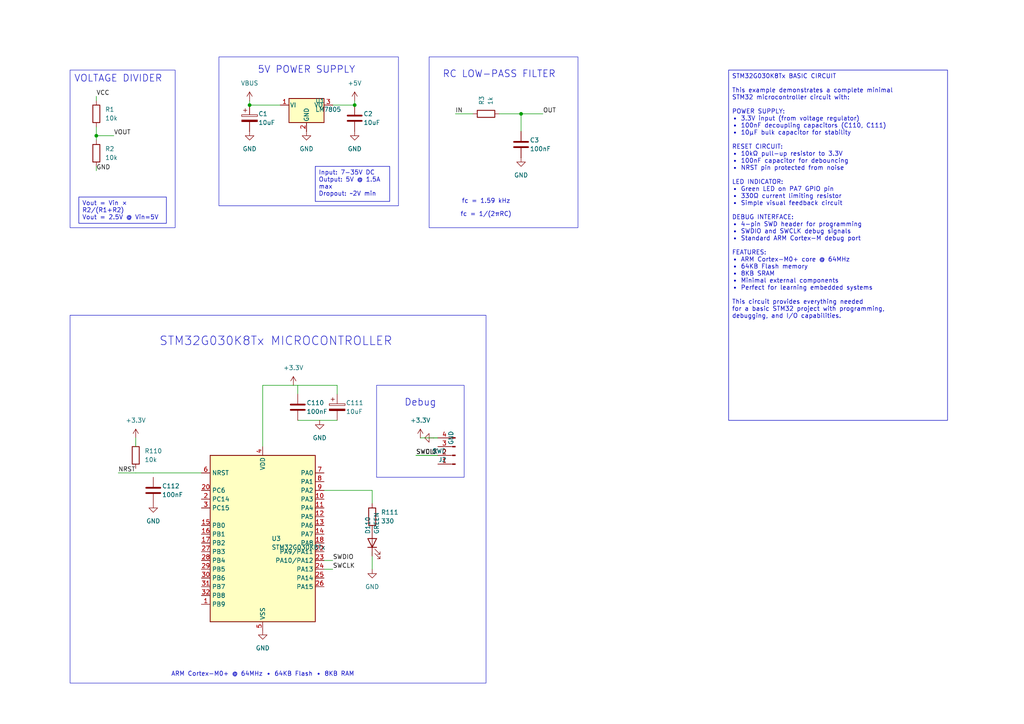
<source format=kicad_sch>
(kicad_sch (version 20250114) (generator "eeschema") (generator_version "9.0")
  (paper "A4")
  (title_block (title "Example_Circuit"))
  (lib_symbols
    (symbol "Device:R" (pin_numbers (hide yes)) (pin_names (offset 0))
      (property "Reference" "R" (at 2.032 0 90))
      (property "Value" "R" (at 0 0 90))
      (symbol "R_0_1"
        (rectangle (start -1.016 -2.54) (end 1.016 2.54) (stroke (width 0.254)))
      )
      (symbol "R_1_1"
        (pin passive line (at 0 3.81 270) (length 1.27) (name "~") (number "1"))
        (pin passive line (at 0 -3.81 90) (length 1.27) (name "~") (number "2"))
      )
    )
    (symbol "Device:C_Polarized" (pin_numbers (hide yes)) (pin_names (offset 0.254))
      (property "Reference" "C" (at 0.635 2.54 0))
      (property "Value" "C_Polarized" (at 0.635 -2.54 0))
      (symbol "C_Polarized_0_1"
        (rectangle (start -2.286 0.508) (end 2.286 1.016))
        (polyline (pts (xy -1.778 2.286) (xy -0.762 2.286)))
        (polyline (pts (xy -1.27 2.794) (xy -1.27 1.778)))
        (rectangle (start 2.286 -0.508) (end -2.286 -1.016) (fill (type outline)))
      )
      (symbol "C_Polarized_1_1"
        (pin passive line (at 0 3.81 270) (length 2.794) (name "~") (number "1"))
        (pin passive line (at 0 -3.81 90) (length 2.794) (name "~") (number "2"))
      )
    )
    (symbol "Regulator_Linear:LM7805_TO220" (pin_names (offset 0.254))
      (property "Reference" "U" (at -3.81 3.175 0))
      (property "Value" "LM7805_TO220" (at 0 3.175 0))
      (symbol "LM7805_TO220_0_1"
        (rectangle (start -5.08 1.905) (end 5.08 -5.08) (stroke (width 0.254)) (fill (type background)))
      )
      (symbol "LM7805_TO220_1_1"
        (pin power_in line (at -7.62 0 0) (length 2.54) (name "VI") (number "1"))
        (pin power_in line (at 0 -7.62 90) (length 2.54) (name "GND") (number "2"))
        (pin power_out line (at 7.62 0 180) (length 2.54) (name "VO") (number "3"))
      )
    )
    (symbol "Device:C" (pin_numbers (hide yes)) (pin_names (offset 0.254))
      (property "Reference" "C" (at 0.635 2.54 0))
      (property "Value" "C" (at 0.635 -2.54 0))
      (symbol "C_0_1"
        (polyline (pts (xy -2.032 0.762) (xy 2.032 0.762)) (stroke (width 0.508)))
        (polyline (pts (xy -2.032 -0.762) (xy 2.032 -0.762)) (stroke (width 0.508)))
      )
      (symbol "C_1_1"
        (pin passive line (at 0 3.81 270) (length 2.794) (name "~") (number "1"))
        (pin passive line (at 0 -3.81 90) (length 2.794) (name "~") (number "2"))
      )
    )
    (symbol "power:VBUS" (power) (pin_numbers (hide yes)) (pin_names (offset 0) (hide yes))
      (property "Value" "VBUS" (at 0 3.556 0))
      (symbol "VBUS_0_1"
        (polyline (pts (xy -0.762 1.27) (xy 0 2.54)))
        (polyline (pts (xy 0 2.54) (xy 0.762 1.27)))
        (polyline (pts (xy 0 0) (xy 0 2.54)))
      )
      (symbol "VBUS_1_1"
        (pin power_in line (at 0 0 90) (length 0) (name "~") (number "1"))
      )
    )
    (symbol "power:+5V" (power) (pin_numbers (hide yes)) (pin_names (offset 0) (hide yes))
      (property "Value" "+5V" (at 0 3.556 0))
      (symbol "+5V_0_1"
        (polyline (pts (xy -0.762 1.27) (xy 0 2.54)))
        (polyline (pts (xy 0 2.54) (xy 0.762 1.27)))
        (polyline (pts (xy 0 0) (xy 0 2.54)))
      )
      (symbol "+5V_1_1"
        (pin power_in line (at 0 0 90) (length 0) (name "~") (number "1"))
      )
    )
    (symbol "power:GND" (power) (pin_numbers (hide yes)) (pin_names (offset 0) (hide yes))
      (property "Value" "GND" (at 0 -3.81 0))
      (symbol "GND_0_1"
        (polyline (pts (xy 0 0) (xy 0 -1.27) (xy 1.27 -1.27) (xy 0 -2.54) (xy -1.27 -1.27) (xy 0 -1.27)))
      )
      (symbol "GND_1_1"
        (pin power_in line (at 0 0 270) (length 0) (name "~") (number "1"))
      )
    )
    (symbol "MCU_ST_STM32G0:STM32G030K8Tx"
      (property "Reference" "U" (at -15.24 26.67 0))
      (property "Value" "STM32G030K8Tx" (at 2.54 26.67 0))
      (symbol "STM32G030K8Tx_0_1"
        (rectangle (start -15.24 -22.86) (end 15.24 25.4) (stroke (width 0.254)) (fill (type background)))
      )
      (symbol "STM32G030K8Tx_1_1"
        (pin input line (at -17.78 20.32 0) (length 2.54) (name "NRST") (number "6"))
        (pin bidirectional line (at -17.78 15.24 0) (length 2.54) (name "PC6") (number "20"))
        (pin bidirectional line (at -17.78 12.7 0) (length 2.54) (name "PC14") (number "2"))
        (pin bidirectional line (at -17.78 10.16 0) (length 2.54) (name "PC15") (number "3"))
        (pin bidirectional line (at -17.78 5.08 0) (length 2.54) (name "PB0") (number "15"))
        (pin bidirectional line (at -17.78 2.54 0) (length 2.54) (name "PB1") (number "16"))
        (pin bidirectional line (at -17.78 0 0) (length 2.54) (name "PB2") (number "17"))
        (pin bidirectional line (at -17.78 -2.54 0) (length 2.54) (name "PB3") (number "27"))
        (pin bidirectional line (at -17.78 -5.08 0) (length 2.54) (name "PB4") (number "28"))
        (pin bidirectional line (at -17.78 -7.62 0) (length 2.54) (name "PB5") (number "29"))
        (pin bidirectional line (at -17.78 -10.16 0) (length 2.54) (name "PB6") (number "30"))
        (pin bidirectional line (at -17.78 -12.7 0) (length 2.54) (name "PB7") (number "31"))
        (pin bidirectional line (at -17.78 -15.24 0) (length 2.54) (name "PB8") (number "32"))
        (pin bidirectional line (at -17.78 -17.78 0) (length 2.54) (name "PB9") (number "1"))
        (pin no_connect line (at -15.24 -20.32 0) (length 2.54) (hide yes) (name "NC/PA10") (number "21"))
        (pin no_connect line (at -15.24 -22.86 0) (length 2.54) (hide yes) (name "NC/PA9") (number "19"))
        (pin power_in line (at 0 27.94 270) (length 2.54) (name "VDD") (number "4"))
        (pin power_in line (at 0 -25.4 90) (length 2.54) (name "VSS") (number "5"))
        (pin bidirectional line (at 17.78 20.32 180) (length 2.54) (name "PA0") (number "7"))
        (pin bidirectional line (at 17.78 17.78 180) (length 2.54) (name "PA1") (number "8"))
        (pin bidirectional line (at 17.78 15.24 180) (length 2.54) (name "PA2") (number "9"))
        (pin bidirectional line (at 17.78 12.7 180) (length 2.54) (name "PA3") (number "10"))
        (pin bidirectional line (at 17.78 10.16 180) (length 2.54) (name "PA4") (number "11"))
        (pin bidirectional line (at 17.78 7.62 180) (length 2.54) (name "PA5") (number "12"))
        (pin bidirectional line (at 17.78 5.08 180) (length 2.54) (name "PA6") (number "13"))
        (pin bidirectional line (at 17.78 2.54 180) (length 2.54) (name "PA7") (number "14"))
        (pin bidirectional line (at 17.78 0 180) (length 2.54) (name "PA8") (number "18"))
        (pin bidirectional line (at 17.78 -2.54 180) (length 2.54) (name "PA9/PA11") (number "22"))
        (pin bidirectional line (at 17.78 -5.08 180) (length 2.54) (name "PA10/PA12") (number "23"))
        (pin bidirectional line (at 17.78 -7.62 180) (length 2.54) (name "PA13") (number "24"))
        (pin bidirectional line (at 17.78 -10.16 180) (length 2.54) (name "PA14") (number "25"))
        (pin bidirectional line (at 17.78 -12.7 180) (length 2.54) (name "PA15") (number "26"))
      )
    )
    (symbol "Device:LED" (pin_numbers (hide yes)) (pin_names (offset 1.016) (hide yes))
      (property "Reference" "D" (at 0 2.54 0))
      (property "Value" "LED" (at 0 -2.54 0))
      (symbol "LED_0_1"
        (polyline (pts (xy -3.048 -0.762) (xy -4.572 -2.286) (xy -3.81 -2.286) (xy -4.572 -2.286) (xy -4.572 -1.524)))
        (polyline (pts (xy -1.778 -0.762) (xy -3.302 -2.286) (xy -2.54 -2.286) (xy -3.302 -2.286) (xy -3.302 -1.524)))
        (polyline (pts (xy -1.27 0) (xy 1.27 0)))
        (polyline (pts (xy -1.27 -1.27) (xy -1.27 1.27)) (stroke (width 0.254)))
        (polyline (pts (xy 1.27 -1.27) (xy 1.27 1.27) (xy -1.27 0) (xy 1.27 -1.27)) (stroke (width 0.254)))
      )
      (symbol "LED_1_1"
        (pin passive line (at -3.81 0 0) (length 2.54) (name "K") (number "1"))
        (pin passive line (at 3.81 0 180) (length 2.54) (name "A") (number "2"))
      )
    )
    (symbol "Connector:Conn_01x04_Pin" (pin_names (offset 1.016) (hide yes))
      (property "Reference" "J" (at 0 5.08 0))
      (property "Value" "Conn_01x04_Pin" (at 0 -7.62 0))
      (symbol "Conn_01x04_Pin_1_1"
        (rectangle (start 0.8636 2.667) (end 0 2.413) (stroke (width 0.1524)) (fill (type outline)))
        (rectangle (start 0.8636 0.127) (end 0 -0.127) (stroke (width 0.1524)) (fill (type outline)))
        (rectangle (start 0.8636 -2.413) (end 0 -2.667) (stroke (width 0.1524)) (fill (type outline)))
        (rectangle (start 0.8636 -4.953) (end 0 -5.207) (stroke (width 0.1524)) (fill (type outline)))
        (polyline (pts (xy 1.27 2.54) (xy 0.8636 2.54)) (stroke (width 0.1524)))
        (polyline (pts (xy 1.27 0) (xy 0.8636 0)) (stroke (width 0.1524)))
        (polyline (pts (xy 1.27 -2.54) (xy 0.8636 -2.54)) (stroke (width 0.1524)))
        (polyline (pts (xy 1.27 -5.08) (xy 0.8636 -5.08)) (stroke (width 0.1524)))
        (pin passive line (at 5.08 2.54 180) (length 3.81) (name "Pin_1") (number "1"))
        (pin passive line (at 5.08 0 180) (length 3.81) (name "Pin_2") (number "2"))
        (pin passive line (at 5.08 -2.54 180) (length 3.81) (name "Pin_3") (number "3"))
        (pin passive line (at 5.08 -5.08 180) (length 3.81) (name "Pin_4") (number "4"))
      )
    )
    (symbol "power:+3.3V" (power) (pin_numbers (hide yes)) (pin_names (offset 0) (hide yes))
      (property "Value" "+3.3V" (at 0 3.556 0))
      (symbol "+3.3V_0_1"
        (polyline (pts (xy -0.762 1.27) (xy 0 2.54)))
        (polyline (pts (xy 0 2.54) (xy 0.762 1.27)))
        (polyline (pts (xy 0 0) (xy 0 2.54)))
      )
      (symbol "+3.3V_1_1"
        (pin power_in line (at 0 0 90) (length 0) (name "~") (number "1"))
      )
    )
  )
  (symbol (lib_id "Device:R") (at 27.94 33.02 0) (unit 1)
    (property "Reference" "R1" (at 30.48 31.7499 0) (effects (justify left)))
    (property "Value" "10k" (at 30.48 34.2899 0) (effects (justify left)))
  )
  (symbol (lib_id "Device:R") (at 27.94 44.45 0) (unit 1)
    (property "Reference" "R2" (at 30.48 43.1799 0) (effects (justify left)))
    (property "Value" "10k" (at 30.48 45.7199 0) (effects (justify left)))
  )
  (symbol (lib_id "Device:C_Polarized") (at 72.39 34.29 0) (unit 1)
    (property "Reference" "C1" (at 74.93 33.0199 0) (effects (justify left)))
    (property "Value" "10uF" (at 74.93 35.5599 0) (effects (justify left)))
  )
  (symbol (lib_id "Regulator_Linear:LM7805_TO220") (at 88.9 30.48 0) (unit 1)
    (property "Reference" "U1" (at 91.44 29.2099 0) (effects (justify left)))
    (property "Value" "LM7805" (at 91.44 31.7499 0) (effects (justify left)))
  )
  (symbol (lib_id "Device:C") (at 102.87 34.29 0) (unit 1)
    (property "Reference" "C2" (at 105.41 33.0199 0) (effects (justify left)))
    (property "Value" "10uF" (at 105.41 35.5599 0) (effects (justify left)))
  )
  (symbol (lib_id "power:VBUS") (at 72.39 29.21 0) (unit 1)
    (property "Reference" "#PWR01" (effects (hide yes)))
    (property "Value" "VBUS" (at 72.39 24.13 0))
  )
  (symbol (lib_id "power:+5V") (at 102.87 29.21 0) (unit 1)
    (property "Reference" "#PWR02" (effects (hide yes)))
    (property "Value" "+5V" (at 102.87 24.13 0))
  )
  (symbol (lib_id "power:GND") (at 72.39 38.1 0) (unit 1)
    (property "Reference" "#PWR03" (effects (hide yes)))
    (property "Value" "GND" (at 72.39 43.18 0))
  )
  (symbol (lib_id "power:GND") (at 88.9 38.1 0) (unit 1)
    (property "Reference" "#PWR04" (effects (hide yes)))
    (property "Value" "GND" (at 88.9 43.18 0))
  )
  (symbol (lib_id "power:GND") (at 102.87 38.1 0) (unit 1)
    (property "Reference" "#PWR05" (effects (hide yes)))
    (property "Value" "GND" (at 102.87 43.18 0))
  )
  (symbol (lib_id "Device:R") (at 140.97 33.02 90) (unit 1)
    (property "Reference" "R3" (at 139.6999 30.48 0) (effects (justify left)))
    (property "Value" "1k" (at 142.2399 30.48 0) (effects (justify left)))
  )
  (symbol (lib_id "Device:C") (at 151.13 41.91 0) (unit 1)
    (property "Reference" "C3" (at 153.67 40.6399 0) (effects (justify left)))
    (property "Value" "100nF" (at 153.67 43.1799 0) (effects (justify left)))
  )
  (symbol (lib_id "power:GND") (at 151.13 45.72 0) (unit 1)
    (property "Reference" "#PWR06" (effects (hide yes)))
    (property "Value" "GND" (at 151.13 50.8 0))
  )
  (symbol (lib_id "MCU_ST_STM32G0:STM32G030K8Tx") (at 76.2 157.48 0) (unit 1)
    (property "Reference" "U3" (at 78.74 156.2099 0) (effects (justify left)))
    (property "Value" "STM32G030K8Tx" (at 78.74 158.7499 0) (effects (justify left)))
  )
  (symbol (lib_id "Device:R") (at 39.37 132.08 0) (unit 1)
    (property "Reference" "R110" (at 41.91 130.8099 0) (effects (justify left)))
    (property "Value" "10k" (at 41.91 133.3499 0) (effects (justify left)))
  )
  (symbol (lib_id "Device:R") (at 107.95 149.86 0) (unit 1)
    (property "Reference" "R111" (at 110.49 148.5899 0) (effects (justify left)))
    (property "Value" "330" (at 110.49 151.1299 0) (effects (justify left)))
  )
  (symbol (lib_id "Device:LED") (at 107.95 157.48 90) (unit 1)
    (property "Reference" "D110" (at 106.6799 154.94 0) (effects (justify left)))
    (property "Value" "GREEN" (at 109.2199 154.94 0) (effects (justify left)))
  )
  (symbol (lib_id "Device:C") (at 86.36 118.11 0) (unit 1)
    (property "Reference" "C110" (at 88.9 116.8399 0) (effects (justify left)))
    (property "Value" "100nF" (at 88.9 119.3799 0) (effects (justify left)))
  )
  (symbol (lib_id "Device:C_Polarized") (at 97.79 118.11 0) (unit 1)
    (property "Reference" "C111" (at 100.33 116.8399 0) (effects (justify left)))
    (property "Value" "10uF" (at 100.33 119.3799 0) (effects (justify left)))
  )
  (symbol (lib_id "Device:C") (at 44.45 142.24 0) (unit 1)
    (property "Reference" "C112" (at 46.99 140.9699 0) (effects (justify left)))
    (property "Value" "100nF" (at 46.99 143.5099 0) (effects (justify left)))
  )
  (symbol (lib_id "Connector:Conn_01x04_Pin") (at 132.08 132.08 180) (unit 1)
    (property "Reference" "J2" (at 129.54 133.3501 0) (effects (justify left)))
    (property "Value" "SWD" (at 129.54 130.8101 0) (effects (justify left)))
  )
  (symbol (lib_id "power:+3.3V") (at 85.09 111.76 0) (unit 1)
    (property "Reference" "#PWR120" (effects (hide yes)))
    (property "Value" "+3.3V" (at 85.09 106.68 0))
  )
  (symbol (lib_id "power:+3.3V") (at 121.92 127 0) (unit 1)
    (property "Reference" "#PWR121" (effects (hide yes)))
    (property "Value" "+3.3V" (at 121.92 121.92 0))
  )
  (symbol (lib_id "power:+3.3V") (at 39.37 127 0) (unit 1)
    (property "Reference" "#PWR122" (effects (hide yes)))
    (property "Value" "+3.3V" (at 39.37 121.92 0))
  )
  (symbol (lib_id "power:GND") (at 107.95 165.1 0) (unit 1)
    (property "Reference" "#PWR123" (effects (hide yes)))
    (property "Value" "GND" (at 107.95 170.18 0))
  )
  (symbol (lib_id "power:GND") (at 92.71 121.92 0) (unit 1)
    (property "Reference" "#PWR124" (effects (hide yes)))
    (property "Value" "GND" (at 92.71 127 0))
  )
  (symbol (lib_id "power:GND") (at 76.2 182.88 0) (unit 1)
    (property "Reference" "#PWR125" (effects (hide yes)))
    (property "Value" "GND" (at 76.2 187.96 0))
  )
  (symbol (lib_id "power:GND") (at 44.45 146.05 0) (unit 1)
    (property "Reference" "#PWR126" (effects (hide yes)))
    (property "Value" "GND" (at 44.45 151.13 0))
  )
  (symbol (lib_id "power:GND") (at 125.73 127 270) (unit 1)
    (property "Reference" "#PWR127" (effects (hide yes)))
    (property "Value" "GND" (at 130.81 127 0))
  )
  (wire (pts (xy 27.94 27.94) (xy 27.94 29.21)))
  (wire (pts (xy 27.94 36.83) (xy 27.94 39.37)))
  (wire (pts (xy 27.94 39.37) (xy 27.94 40.64)))
  (wire (pts (xy 27.94 48.26) (xy 27.94 49.53)))
  (wire (pts (xy 27.94 39.37) (xy 33.02 39.37)))
  (wire (pts (xy 72.39 29.21) (xy 72.39 30.48)))
  (wire (pts (xy 72.39 30.48) (xy 72.39 30.48)))
  (wire (pts (xy 72.39 30.48) (xy 81.28 30.48)))
  (wire (pts (xy 96.52 30.48) (xy 102.87 30.48)))
  (wire (pts (xy 102.87 30.48) (xy 102.87 30.48)))
  (wire (pts (xy 102.87 30.48) (xy 102.87 29.21)))
  (wire (pts (xy 72.39 38.1) (xy 72.39 38.1)))
  (wire (pts (xy 88.9 38.1) (xy 88.9 38.1)))
  (wire (pts (xy 102.87 38.1) (xy 102.87 38.1)))
  (wire (pts (xy 132.08 33.02) (xy 137.16 33.02)))
  (wire (pts (xy 144.78 33.02) (xy 151.13 33.02)))
  (wire (pts (xy 151.13 33.02) (xy 157.48 33.02)))
  (wire (pts (xy 151.13 33.02) (xy 151.13 38.1)))
  (wire (pts (xy 151.13 45.72) (xy 151.13 45.72)))
  (wire (pts (xy 86.36 121.92) (xy 92.71 121.92)))
  (wire (pts (xy 92.71 121.92) (xy 97.79 121.92)))
  (wire (pts (xy 76.2 111.76) (xy 85.09 111.76)))
  (wire (pts (xy 85.09 111.76) (xy 86.36 111.76)))
  (wire (pts (xy 86.36 111.76) (xy 97.79 111.76)))
  (wire (pts (xy 76.2 111.76) (xy 76.2 130.81)))
  (wire (pts (xy 85.09 111.76) (xy 85.09 111.76)))
  (wire (pts (xy 86.36 111.76) (xy 86.36 114.3)))
  (wire (pts (xy 97.79 111.76) (xy 97.79 114.3)))
  (wire (pts (xy 39.37 137.16) (xy 44.45 137.16)))
  (wire (pts (xy 44.45 137.16) (xy 58.42 137.16)))
  (wire (pts (xy 34.29 137.16) (xy 39.37 137.16)))
  (wire (pts (xy 39.37 129.54) (xy 39.37 127)))
  (wire (pts (xy 93.98 142.24) (xy 107.95 142.24)))
  (wire (pts (xy 107.95 142.24) (xy 107.95 146.05)))
  (wire (pts (xy 107.95 152.4) (xy 107.95 152.4)))
  (wire (pts (xy 107.95 160.02) (xy 107.95 165.1)))
  (wire (pts (xy 121.92 127) (xy 127 127)))
  (wire (pts (xy 125.73 127) (xy 127 127)))
  (wire (pts (xy 120.65 132.08) (xy 127 132.08)))
  (wire (pts (xy 120.65 132.08) (xy 127 132.08)))
  (wire (pts (xy 96.52 162.56) (xy 93.98 162.56)))
  (wire (pts (xy 96.52 165.1) (xy 93.98 165.1)))
  (junction (at 27.94 39.37))
  (junction (at 72.39 30.48))
  (junction (at 102.87 30.48))
  (junction (at 151.13 33.02))
  (label "VCC" (at 27.94 27.94 0))
  (label "VOUT" (at 33.02 39.37 0))
  (label "GND" (at 27.94 49.53 0))
  (label "IN" (at 132.08 33.02 0))
  (label "OUT" (at 157.48 33.02 0))
  (label "NRST" (at 34.29 137.16 0))
  (label "SWDIO" (at 96.52 162.56 0))
  (label "SWCLK" (at 96.52 165.1 0))
  (label "SWDIO" (at 120.65 132.08 0))
  (label "SWCLK" (at 120.65 132.08 0))
  (rectangle (start 20.32 20.32) (end 50.8 66.04) (stroke (width 0.127)))
  (rectangle (start 63.5 16.51) (end 115.57 59.69) (stroke (width 0.127)))
  (rectangle (start 124.46 16.51) (end 167.64 66.04) (stroke (width 0.127)))
  (rectangle (start 20.32 91.44) (end 140.97 198.12) (stroke (width 0.127)))
  (rectangle (start 109.22 111.76) (end 134.62 138.43) (stroke (width 0.127)))
  (text "VOLTAGE DIVIDER" (at 34.29 22.86 0.0000) (effects (font (size 2 2))))
  (text "5V POWER SUPPLY" (at 88.9 20.32 0.0000) (effects (font (size 2 2))))
  (text "RC LOW-PASS FILTER" (at 144.78 21.59 0.0000) (effects (font (size 2 2))))
  (text "fc = 1.59 kHz" (at 140.97 58.42 0.0000) (effects (font (size 1.27 1.27))))
  (text "fc = 1/(2πRC)" (at 140.97 62.23 0.0000) (effects (font (size 1.27 1.27))))
  (text "STM32G030K8Tx MICROCONTROLLER" (at 80.01 99.06 0.0000) (effects (font (size 2.5 2.5))))
  (text "ARM Cortex-M0+ @ 64MHz • 64KB Flash • 8KB RAM" (at 76.2 195.58 0.0000) (effects (font (size 1.27 1.27))))
  (text "Debug" (at 121.92 116.84 0.0000) (effects (font (size 2 2))))
  (text_box "Vout = Vin × R2/(R1+R2)\nVout = 2.5V @ Vin=5V" (at 22.86 57.15 0.0000) (size 25.4 7.62) (margins 0.9525 0.9525 0.9525 0.9525) (effects (font (size 1.27 1.27)) (justify left top)))
  (text_box "Input: 7-35V DC\nOutput: 5V @ 1.5A max\nDropout: ~2V min" (at 91.44 48.26 0.0000) (size 21.59 10.16) (margins 0.9525 0.9525 0.9525 0.9525) (effects (font (size 1.27 1.27)) (justify left top)))
  (text_box "STM32G030K8Tx BASIC CIRCUIT\n\nThis example demonstrates a complete minimal\nSTM32 microcontroller circuit with:\n\nPOWER SUPPLY:\n• 3.3V input (from voltage regulator)\n• 100nF decoupling capacitors (C110, C111)\n• 10µF bulk capacitor for stability\n\nRESET CIRCUIT:\n• 10kΩ pull-up resistor to 3.3V\n• 100nF capacitor for debouncing\n• NRST pin protected from noise\n\nLED INDICATOR:\n• Green LED on PA7 GPIO pin\n• 330Ω current limiting resistor\n• Simple visual feedback circuit\n\nDEBUG INTERFACE:\n• 4-pin SWD header for programming\n• SWDIO and SWCLK debug signals\n• Standard ARM Cortex-M debug port\n\nFEATURES:\n• ARM Cortex-M0+ core @ 64MHz\n• 64KB Flash memory\n• 8KB SRAM\n• Minimal external components\n• Perfect for learning embedded systems\n\nThis circuit provides everything needed\nfor a basic STM32 project with programming,\ndebugging, and I/O capabilities." (at 211.328 20.32 0.0000) (size 63.5 101.6) (margins 0.9525 0.9525 0.9525 0.9525) (effects (font (size 1.27 1.27)) (justify left top)))
)
</source>
